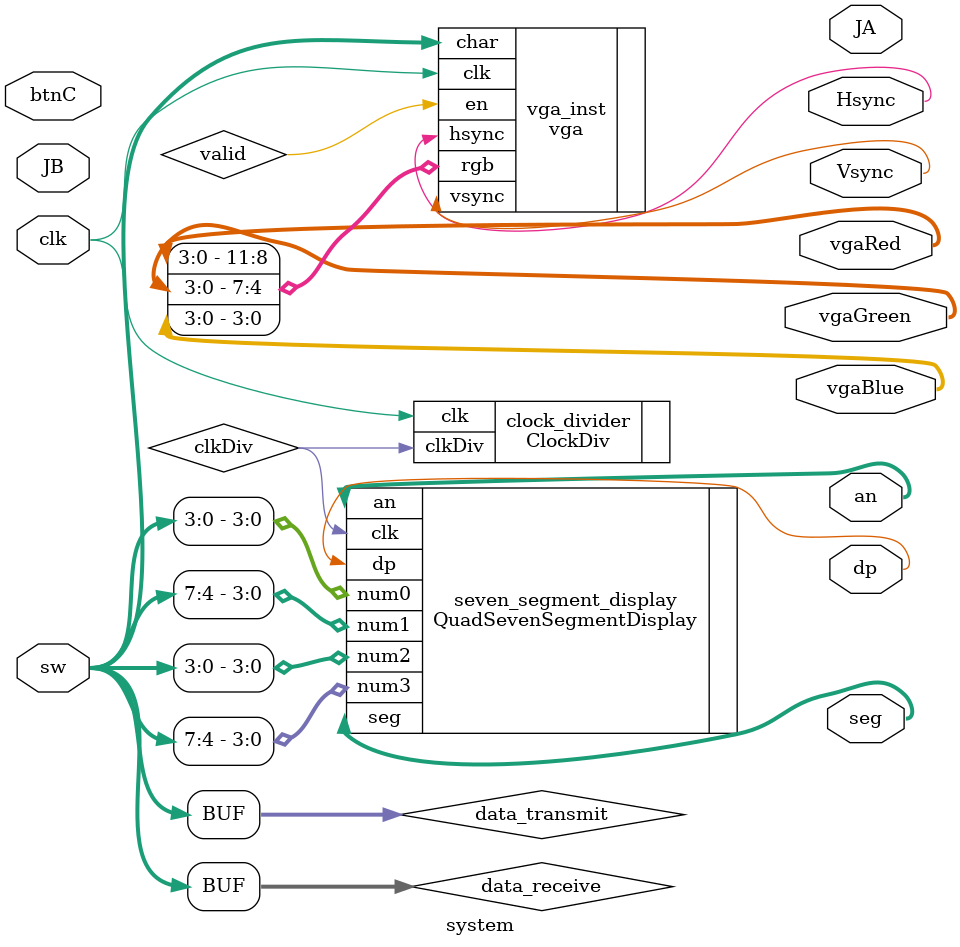
<source format=v>
`timescale 1ns / 1ps

module system (
    input  wire clk,    // System clock
    output wire [0:0] JA,     // UART TX (Transmit)
    input  wire [0:0] JB,     // UART RX (Receive)
    input  wire [7:0] sw,     // Switches for transmitting data
    input  wire btnC,   // Button to trigger transmission
    output wire [6:0] seg,    // Seven-segment display segments
    output wire dp,     // Decimal point
    output wire [3:0] an,     // Seven-segment display anodes
    output wire Hsync, Vsync,  // VGA synchronization signals
    output wire [3:0] vgaRed, vgaGreen, vgaBlue
);

    // Internal Signals
    wire [7:0] data_receive;  // Data received via UART
    wire valid;  // Signal for valid received data
    wire [7:0] data_transmit;  // Data to transmit (from switches)
    assign data_transmit = sw;  // Map switches to transmit data
    assign data_receive = sw;

    // VGA module for displaying characters
    vga vga_inst (
        .clk(clk),
        .char(data_receive),
        .en(valid),
        .hsync(Hsync),
        .vsync(Vsync),
        .rgb({vgaRed, vgaGreen, vgaBlue})
    );

    // UART Module
    // Sent button: btnC
//    Debouncer debounce_btnC (.signal_out(btnC_debounced), .async_sinal_in(btnC), .clk(clk));
//    uart uart_inst (
//        .clk          (clk),
//        .RsRx         (JB[0]),             // JB as RX
//        .RsTx         (JA[0]),             // JA as TX
//        .char         (data_receive),     // Received character
//        .en           (valid),             // Valid received data signal
//        .data_transmit(data_transmit),  // Data to transmit
//        .btnC         (btnC_debounced)               // Transmit trigger
//    );

    // Seven-Segment
    // Clock Divider
    wire clkDiv;
    ClockDiv clock_divider (.clkDiv(clkDiv), .clk(clk));
    // Display
    QuadSevenSegmentDisplay seven_segment_display (
        .seg(seg),
        .dp(dp),
        .an(an),
        .num3(data_receive[7:4]),  // High nibble of received data
        .num2(data_receive[3:0]),  // Low nibble of received data
        .num1(data_transmit[7:4]),  // High nibble of transmitted data
        .num0(data_transmit[3:0]),  // Low nibble of transmitted data
        .clk(clkDiv)
    );

endmodule

</source>
